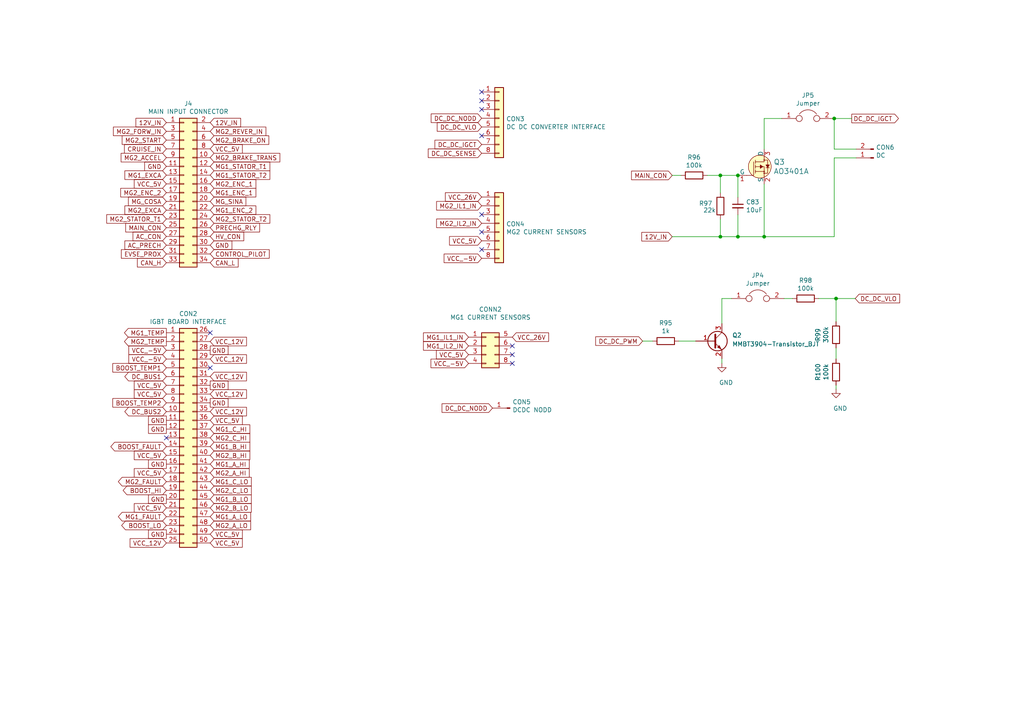
<source format=kicad_sch>
(kicad_sch (version 20211123) (generator eeschema)
  (paper "A4")
  (lib_symbols
    (symbol "auris-rescue:AO3401A-dk_Transistors-FETs-MOSFETs-Single" (pin_names (offset 0))
      (property "Reference" "Q" (at -2.6924 3.6322 0))
      (property "Value" "AO3401A-dk_Transistors-FETs-MOSFETs-Single" (at 3.4544 0 90))
      (symbol "AO3401A-dk_Transistors-FETs-MOSFETs-Single_0_1"
        (circle (center -1.27 0) (radius 3.302) (fill (type background)))
        (circle (center 0 -1.905) (radius 0.127))
        (circle (center 0 -1.397) (radius 0.127))
        (polyline (pts (xy 0 -1.397) (xy -2.54 -1.397)))
        (polyline (pts (xy -5.08 -2.54) (xy -3.048 -2.54) (xy -3.048 1.397)))
        (polyline (pts (xy 0 -2.54) (xy 0 0) (xy -2.54 0)))
        (polyline (pts (xy 0 2.54) (xy 0 1.397) (xy -2.54 1.397)))
        (polyline (pts (xy -0.127 -1.905) (xy 1.016 -1.905) (xy 1.016 1.397) (xy 1.016 1.905) (xy -0.127 1.905)))
        (circle (center 0 1.905) (radius 0.127))
      )
      (symbol "AO3401A-dk_Transistors-FETs-MOSFETs-Single_1_1"
        (polyline (pts (xy -2.54 -1.397) (xy -2.54 -1.905)))
        (polyline (pts (xy -2.54 -1.397) (xy -2.54 -0.889)))
        (polyline (pts (xy -2.54 0) (xy -2.54 -0.508)))
        (polyline (pts (xy -2.54 0) (xy -2.54 0.508)))
        (polyline (pts (xy -2.54 1.905) (xy -2.54 0.889)))
        (polyline (pts (xy 1.524 -0.3048) (xy 0.508 -0.3048)))
        (polyline (pts (xy -0.381 0) (xy -1.143 0.508) (xy -1.143 -0.508) (xy -0.381 0)) (fill (type outline)))
        (polyline (pts (xy 1.016 -0.254) (xy 0.508 0.508) (xy 1.524 0.508) (xy 1.016 -0.254)) (fill (type outline)))
        (pin bidirectional line (at -7.62 -2.54 0) (length 2.54) (name "G") (number "1"))
        (pin bidirectional line (at 0 -5.08 90) (length 2.54) (name "S") (number "2"))
        (pin bidirectional line (at 0 5.08 270) (length 2.54) (name "D") (number "3"))
      )
    )
    (symbol "auris-rescue:C_Small-Device" (pin_numbers hide) (pin_names (offset 0.254) hide)
      (property "Reference" "C" (at 0.254 1.778 0))
      (property "Value" "C_Small-Device" (at 0.254 -2.032 0))
      (symbol "C_Small-Device_0_1"
        (polyline (pts (xy -1.524 -0.508) (xy 1.524 -0.508)) (stroke (width 0.3302)))
        (polyline (pts (xy -1.524 0.508) (xy 1.524 0.508)) (stroke (width 0.3048)))
      )
      (symbol "C_Small-Device_1_1"
        (pin passive line (at 0 2.54 270) (length 2.032) (name "~") (number "1"))
        (pin passive line (at 0 -2.54 90) (length 2.032) (name "~") (number "2"))
      )
    )
    (symbol "auris-rescue:Conn_01x01_Male-Connector" (pin_names (offset 1.016) hide)
      (property "Reference" "J" (at 0 2.54 0))
      (property "Value" "Conn_01x01_Male-Connector" (at 0 -2.54 0))
      (symbol "Conn_01x01_Male-Connector_1_1"
        (polyline (pts (xy 1.27 0) (xy 0.8636 0)) (stroke (width 0.1524)))
        (rectangle (start 0.8636 0.127) (end 0 -0.127) (stroke (width 0.1524)) (fill (type outline)))
        (pin passive line (at 5.08 0 180) (length 3.81) (name "Pin_1") (number "1"))
      )
    )
    (symbol "auris-rescue:Conn_01x02_Male-Connector" (pin_names (offset 1.016) hide)
      (property "Reference" "J" (at 0 2.54 0))
      (property "Value" "Conn_01x02_Male-Connector" (at 0 -5.08 0))
      (symbol "Conn_01x02_Male-Connector_1_1"
        (polyline (pts (xy 1.27 -2.54) (xy 0.8636 -2.54)) (stroke (width 0.1524)))
        (polyline (pts (xy 1.27 0) (xy 0.8636 0)) (stroke (width 0.1524)))
        (rectangle (start 0.8636 -2.413) (end 0 -2.667) (stroke (width 0.1524)) (fill (type outline)))
        (rectangle (start 0.8636 0.127) (end 0 -0.127) (stroke (width 0.1524)) (fill (type outline)))
        (pin passive line (at 5.08 0 180) (length 3.81) (name "Pin_1") (number "1"))
        (pin passive line (at 5.08 -2.54 180) (length 3.81) (name "Pin_2") (number "2"))
      )
    )
    (symbol "auris-rescue:Conn_01x08-Connector_Generic" (pin_names (offset 1.016) hide)
      (property "Reference" "J" (at 0 10.16 0))
      (property "Value" "Conn_01x08-Connector_Generic" (at 0 -12.7 0))
      (symbol "Conn_01x08-Connector_Generic_1_1"
        (rectangle (start -1.27 -10.033) (end 0 -10.287) (stroke (width 0.1524)))
        (rectangle (start -1.27 -7.493) (end 0 -7.747) (stroke (width 0.1524)))
        (rectangle (start -1.27 -4.953) (end 0 -5.207) (stroke (width 0.1524)))
        (rectangle (start -1.27 -2.413) (end 0 -2.667) (stroke (width 0.1524)))
        (rectangle (start -1.27 0.127) (end 0 -0.127) (stroke (width 0.1524)))
        (rectangle (start -1.27 2.667) (end 0 2.413) (stroke (width 0.1524)))
        (rectangle (start -1.27 5.207) (end 0 4.953) (stroke (width 0.1524)))
        (rectangle (start -1.27 7.747) (end 0 7.493) (stroke (width 0.1524)))
        (rectangle (start -1.27 8.89) (end 1.27 -11.43) (stroke (width 0.254)) (fill (type background)))
        (pin passive line (at -5.08 7.62 0) (length 3.81) (name "Pin_1") (number "1"))
        (pin passive line (at -5.08 5.08 0) (length 3.81) (name "Pin_2") (number "2"))
        (pin passive line (at -5.08 2.54 0) (length 3.81) (name "Pin_3") (number "3"))
        (pin passive line (at -5.08 0 0) (length 3.81) (name "Pin_4") (number "4"))
        (pin passive line (at -5.08 -2.54 0) (length 3.81) (name "Pin_5") (number "5"))
        (pin passive line (at -5.08 -5.08 0) (length 3.81) (name "Pin_6") (number "6"))
        (pin passive line (at -5.08 -7.62 0) (length 3.81) (name "Pin_7") (number "7"))
        (pin passive line (at -5.08 -10.16 0) (length 3.81) (name "Pin_8") (number "8"))
      )
    )
    (symbol "auris-rescue:Conn_02x04_Top_Bottom-Connector_Generic" (pin_names (offset 1.016) hide)
      (property "Reference" "J" (at 1.27 5.08 0))
      (property "Value" "Conn_02x04_Top_Bottom-Connector_Generic" (at 1.27 -7.62 0))
      (symbol "Conn_02x04_Top_Bottom-Connector_Generic_1_1"
        (rectangle (start -1.27 -4.953) (end 0 -5.207) (stroke (width 0.1524)))
        (rectangle (start -1.27 -2.413) (end 0 -2.667) (stroke (width 0.1524)))
        (rectangle (start -1.27 0.127) (end 0 -0.127) (stroke (width 0.1524)))
        (rectangle (start -1.27 2.667) (end 0 2.413) (stroke (width 0.1524)))
        (rectangle (start -1.27 3.81) (end 3.81 -6.35) (stroke (width 0.254)) (fill (type background)))
        (rectangle (start 3.81 -4.953) (end 2.54 -5.207) (stroke (width 0.1524)))
        (rectangle (start 3.81 -2.413) (end 2.54 -2.667) (stroke (width 0.1524)))
        (rectangle (start 3.81 0.127) (end 2.54 -0.127) (stroke (width 0.1524)))
        (rectangle (start 3.81 2.667) (end 2.54 2.413) (stroke (width 0.1524)))
        (pin passive line (at -5.08 2.54 0) (length 3.81) (name "Pin_1") (number "1"))
        (pin passive line (at -5.08 0 0) (length 3.81) (name "Pin_2") (number "2"))
        (pin passive line (at -5.08 -2.54 0) (length 3.81) (name "Pin_3") (number "3"))
        (pin passive line (at -5.08 -5.08 0) (length 3.81) (name "Pin_4") (number "4"))
        (pin passive line (at 7.62 2.54 180) (length 3.81) (name "Pin_5") (number "5"))
        (pin passive line (at 7.62 0 180) (length 3.81) (name "Pin_6") (number "6"))
        (pin passive line (at 7.62 -2.54 180) (length 3.81) (name "Pin_7") (number "7"))
        (pin passive line (at 7.62 -5.08 180) (length 3.81) (name "Pin_8") (number "8"))
      )
    )
    (symbol "auris-rescue:Conn_02x17_Odd_Even-Connector_Generic" (pin_names (offset 1.016) hide)
      (property "Reference" "J" (at 1.27 22.86 0))
      (property "Value" "Conn_02x17_Odd_Even-Connector_Generic" (at 1.27 -22.86 0))
      (symbol "Conn_02x17_Odd_Even-Connector_Generic_1_1"
        (rectangle (start -1.27 -20.193) (end 0 -20.447) (stroke (width 0.1524)))
        (rectangle (start -1.27 -17.653) (end 0 -17.907) (stroke (width 0.1524)))
        (rectangle (start -1.27 -15.113) (end 0 -15.367) (stroke (width 0.1524)))
        (rectangle (start -1.27 -12.573) (end 0 -12.827) (stroke (width 0.1524)))
        (rectangle (start -1.27 -10.033) (end 0 -10.287) (stroke (width 0.1524)))
        (rectangle (start -1.27 -7.493) (end 0 -7.747) (stroke (width 0.1524)))
        (rectangle (start -1.27 -4.953) (end 0 -5.207) (stroke (width 0.1524)))
        (rectangle (start -1.27 -2.413) (end 0 -2.667) (stroke (width 0.1524)))
        (rectangle (start -1.27 0.127) (end 0 -0.127) (stroke (width 0.1524)))
        (rectangle (start -1.27 2.667) (end 0 2.413) (stroke (width 0.1524)))
        (rectangle (start -1.27 5.207) (end 0 4.953) (stroke (width 0.1524)))
        (rectangle (start -1.27 7.747) (end 0 7.493) (stroke (width 0.1524)))
        (rectangle (start -1.27 10.287) (end 0 10.033) (stroke (width 0.1524)))
        (rectangle (start -1.27 12.827) (end 0 12.573) (stroke (width 0.1524)))
        (rectangle (start -1.27 15.367) (end 0 15.113) (stroke (width 0.1524)))
        (rectangle (start -1.27 17.907) (end 0 17.653) (stroke (width 0.1524)))
        (rectangle (start -1.27 20.447) (end 0 20.193) (stroke (width 0.1524)))
        (rectangle (start -1.27 21.59) (end 3.81 -21.59) (stroke (width 0.254)) (fill (type background)))
        (rectangle (start 3.81 -20.193) (end 2.54 -20.447) (stroke (width 0.1524)))
        (rectangle (start 3.81 -17.653) (end 2.54 -17.907) (stroke (width 0.1524)))
        (rectangle (start 3.81 -15.113) (end 2.54 -15.367) (stroke (width 0.1524)))
        (rectangle (start 3.81 -12.573) (end 2.54 -12.827) (stroke (width 0.1524)))
        (rectangle (start 3.81 -10.033) (end 2.54 -10.287) (stroke (width 0.1524)))
        (rectangle (start 3.81 -7.493) (end 2.54 -7.747) (stroke (width 0.1524)))
        (rectangle (start 3.81 -4.953) (end 2.54 -5.207) (stroke (width 0.1524)))
        (rectangle (start 3.81 -2.413) (end 2.54 -2.667) (stroke (width 0.1524)))
        (rectangle (start 3.81 0.127) (end 2.54 -0.127) (stroke (width 0.1524)))
        (rectangle (start 3.81 2.667) (end 2.54 2.413) (stroke (width 0.1524)))
        (rectangle (start 3.81 5.207) (end 2.54 4.953) (stroke (width 0.1524)))
        (rectangle (start 3.81 7.747) (end 2.54 7.493) (stroke (width 0.1524)))
        (rectangle (start 3.81 10.287) (end 2.54 10.033) (stroke (width 0.1524)))
        (rectangle (start 3.81 12.827) (end 2.54 12.573) (stroke (width 0.1524)))
        (rectangle (start 3.81 15.367) (end 2.54 15.113) (stroke (width 0.1524)))
        (rectangle (start 3.81 17.907) (end 2.54 17.653) (stroke (width 0.1524)))
        (rectangle (start 3.81 20.447) (end 2.54 20.193) (stroke (width 0.1524)))
        (pin passive line (at -5.08 20.32 0) (length 3.81) (name "Pin_1") (number "1"))
        (pin passive line (at 7.62 10.16 180) (length 3.81) (name "Pin_10") (number "10"))
        (pin passive line (at -5.08 7.62 0) (length 3.81) (name "Pin_11") (number "11"))
        (pin passive line (at 7.62 7.62 180) (length 3.81) (name "Pin_12") (number "12"))
        (pin passive line (at -5.08 5.08 0) (length 3.81) (name "Pin_13") (number "13"))
        (pin passive line (at 7.62 5.08 180) (length 3.81) (name "Pin_14") (number "14"))
        (pin passive line (at -5.08 2.54 0) (length 3.81) (name "Pin_15") (number "15"))
        (pin passive line (at 7.62 2.54 180) (length 3.81) (name "Pin_16") (number "16"))
        (pin passive line (at -5.08 0 0) (length 3.81) (name "Pin_17") (number "17"))
        (pin passive line (at 7.62 0 180) (length 3.81) (name "Pin_18") (number "18"))
        (pin passive line (at -5.08 -2.54 0) (length 3.81) (name "Pin_19") (number "19"))
        (pin passive line (at 7.62 20.32 180) (length 3.81) (name "Pin_2") (number "2"))
        (pin passive line (at 7.62 -2.54 180) (length 3.81) (name "Pin_20") (number "20"))
        (pin passive line (at -5.08 -5.08 0) (length 3.81) (name "Pin_21") (number "21"))
        (pin passive line (at 7.62 -5.08 180) (length 3.81) (name "Pin_22") (number "22"))
        (pin passive line (at -5.08 -7.62 0) (length 3.81) (name "Pin_23") (number "23"))
        (pin passive line (at 7.62 -7.62 180) (length 3.81) (name "Pin_24") (number "24"))
        (pin passive line (at -5.08 -10.16 0) (length 3.81) (name "Pin_25") (number "25"))
        (pin passive line (at 7.62 -10.16 180) (length 3.81) (name "Pin_26") (number "26"))
        (pin passive line (at -5.08 -12.7 0) (length 3.81) (name "Pin_27") (number "27"))
        (pin passive line (at 7.62 -12.7 180) (length 3.81) (name "Pin_28") (number "28"))
        (pin passive line (at -5.08 -15.24 0) (length 3.81) (name "Pin_29") (number "29"))
        (pin passive line (at -5.08 17.78 0) (length 3.81) (name "Pin_3") (number "3"))
        (pin passive line (at 7.62 -15.24 180) (length 3.81) (name "Pin_30") (number "30"))
        (pin passive line (at -5.08 -17.78 0) (length 3.81) (name "Pin_31") (number "31"))
        (pin passive line (at 7.62 -17.78 180) (length 3.81) (name "Pin_32") (number "32"))
        (pin passive line (at -5.08 -20.32 0) (length 3.81) (name "Pin_33") (number "33"))
        (pin passive line (at 7.62 -20.32 180) (length 3.81) (name "Pin_34") (number "34"))
        (pin passive line (at 7.62 17.78 180) (length 3.81) (name "Pin_4") (number "4"))
        (pin passive line (at -5.08 15.24 0) (length 3.81) (name "Pin_5") (number "5"))
        (pin passive line (at 7.62 15.24 180) (length 3.81) (name "Pin_6") (number "6"))
        (pin passive line (at -5.08 12.7 0) (length 3.81) (name "Pin_7") (number "7"))
        (pin passive line (at 7.62 12.7 180) (length 3.81) (name "Pin_8") (number "8"))
        (pin passive line (at -5.08 10.16 0) (length 3.81) (name "Pin_9") (number "9"))
      )
    )
    (symbol "auris-rescue:Conn_02x25_Top_Bottom-Connector_Generic" (pin_names (offset 1.016) hide)
      (property "Reference" "J" (at 1.27 33.02 0))
      (property "Value" "Conn_02x25_Top_Bottom-Connector_Generic" (at 1.27 -33.02 0))
      (symbol "Conn_02x25_Top_Bottom-Connector_Generic_1_1"
        (rectangle (start -1.27 -30.353) (end 0 -30.607) (stroke (width 0.1524)))
        (rectangle (start -1.27 -27.813) (end 0 -28.067) (stroke (width 0.1524)))
        (rectangle (start -1.27 -25.273) (end 0 -25.527) (stroke (width 0.1524)))
        (rectangle (start -1.27 -22.733) (end 0 -22.987) (stroke (width 0.1524)))
        (rectangle (start -1.27 -20.193) (end 0 -20.447) (stroke (width 0.1524)))
        (rectangle (start -1.27 -17.653) (end 0 -17.907) (stroke (width 0.1524)))
        (rectangle (start -1.27 -15.113) (end 0 -15.367) (stroke (width 0.1524)))
        (rectangle (start -1.27 -12.573) (end 0 -12.827) (stroke (width 0.1524)))
        (rectangle (start -1.27 -10.033) (end 0 -10.287) (stroke (width 0.1524)))
        (rectangle (start -1.27 -7.493) (end 0 -7.747) (stroke (width 0.1524)))
        (rectangle (start -1.27 -4.953) (end 0 -5.207) (stroke (width 0.1524)))
        (rectangle (start -1.27 -2.413) (end 0 -2.667) (stroke (width 0.1524)))
        (rectangle (start -1.27 0.127) (end 0 -0.127) (stroke (width 0.1524)))
        (rectangle (start -1.27 2.667) (end 0 2.413) (stroke (width 0.1524)))
        (rectangle (start -1.27 5.207) (end 0 4.953) (stroke (width 0.1524)))
        (rectangle (start -1.27 7.747) (end 0 7.493) (stroke (width 0.1524)))
        (rectangle (start -1.27 10.287) (end 0 10.033) (stroke (width 0.1524)))
        (rectangle (start -1.27 12.827) (end 0 12.573) (stroke (width 0.1524)))
        (rectangle (start -1.27 15.367) (end 0 15.113) (stroke (width 0.1524)))
        (rectangle (start -1.27 17.907) (end 0 17.653) (stroke (width 0.1524)))
        (rectangle (start -1.27 20.447) (end 0 20.193) (stroke (width 0.1524)))
        (rectangle (start -1.27 22.987) (end 0 22.733) (stroke (width 0.1524)))
        (rectangle (start -1.27 25.527) (end 0 25.273) (stroke (width 0.1524)))
        (rectangle (start -1.27 28.067) (end 0 27.813) (stroke (width 0.1524)))
        (rectangle (start -1.27 30.607) (end 0 30.353) (stroke (width 0.1524)))
        (rectangle (start -1.27 31.75) (end 3.81 -31.75) (stroke (width 0.254)) (fill (type background)))
        (rectangle (start 3.81 -30.353) (end 2.54 -30.607) (stroke (width 0.1524)))
        (rectangle (start 3.81 -27.813) (end 2.54 -28.067) (stroke (width 0.1524)))
        (rectangle (start 3.81 -25.273) (end 2.54 -25.527) (stroke (width 0.1524)))
        (rectangle (start 3.81 -22.733) (end 2.54 -22.987) (stroke (width 0.1524)))
        (rectangle (start 3.81 -20.193) (end 2.54 -20.447) (stroke (width 0.1524)))
        (rectangle (start 3.81 -17.653) (end 2.54 -17.907) (stroke (width 0.1524)))
        (rectangle (start 3.81 -15.113) (end 2.54 -15.367) (stroke (width 0.1524)))
        (rectangle (start 3.81 -12.573) (end 2.54 -12.827) (stroke (width 0.1524)))
        (rectangle (start 3.81 -10.033) (end 2.54 -10.287) (stroke (width 0.1524)))
        (rectangle (start 3.81 -7.493) (end 2.54 -7.747) (stroke (width 0.1524)))
        (rectangle (start 3.81 -4.953) (end 2.54 -5.207) (stroke (width 0.1524)))
        (rectangle (start 3.81 -2.413) (end 2.54 -2.667) (stroke (width 0.1524)))
        (rectangle (start 3.81 0.127) (end 2.54 -0.127) (stroke (width 0.1524)))
        (rectangle (start 3.81 2.667) (end 2.54 2.413) (stroke (width 0.1524)))
        (rectangle (start 3.81 5.207) (end 2.54 4.953) (stroke (width 0.1524)))
        (rectangle (start 3.81 7.747) (end 2.54 7.493) (stroke (width 0.1524)))
        (rectangle (start 3.81 10.287) (end 2.54 10.033) (stroke (width 0.1524)))
        (rectangle (start 3.81 12.827) (end 2.54 12.573) (stroke (width 0.1524)))
        (rectangle (start 3.81 15.367) (end 2.54 15.113) (stroke (width 0.1524)))
        (rectangle (start 3.81 17.907) (end 2.54 17.653) (stroke (width 0.1524)))
        (rectangle (start 3.81 20.447) (end 2.54 20.193) (stroke (width 0.1524)))
        (rectangle (start 3.81 22.987) (end 2.54 22.733) (stroke (width 0.1524)))
        (rectangle (start 3.81 25.527) (end 2.54 25.273) (stroke (width 0.1524)))
        (rectangle (start 3.81 28.067) (end 2.54 27.813) (stroke (width 0.1524)))
        (rectangle (start 3.81 30.607) (end 2.54 30.353) (stroke (width 0.1524)))
        (pin passive line (at -5.08 30.48 0) (length 3.81) (name "Pin_1") (number "1"))
        (pin passive line (at -5.08 7.62 0) (length 3.81) (name "Pin_10") (number "10"))
        (pin passive line (at -5.08 5.08 0) (length 3.81) (name "Pin_11") (number "11"))
        (pin passive line (at -5.08 2.54 0) (length 3.81) (name "Pin_12") (number "12"))
        (pin passive line (at -5.08 0 0) (length 3.81) (name "Pin_13") (number "13"))
        (pin passive line (at -5.08 -2.54 0) (length 3.81) (name "Pin_14") (number "14"))
        (pin passive line (at -5.08 -5.08 0) (length 3.81) (name "Pin_15") (number "15"))
        (pin passive line (at -5.08 -7.62 0) (length 3.81) (name "Pin_16") (number "16"))
        (pin passive line (at -5.08 -10.16 0) (length 3.81) (name "Pin_17") (number "17"))
        (pin passive line (at -5.08 -12.7 0) (length 3.81) (name "Pin_18") (number "18"))
        (pin passive line (at -5.08 -15.24 0) (length 3.81) (name "Pin_19") (number "19"))
        (pin passive line (at -5.08 27.94 0) (length 3.81) (name "Pin_2") (number "2"))
        (pin passive line (at -5.08 -17.78 0) (length 3.81) (name "Pin_20") (number "20"))
        (pin passive line (at -5.08 -20.32 0) (length 3.81) (name "Pin_21") (number "21"))
        (pin passive line (at -5.08 -22.86 0) (length 3.81) (name "Pin_22") (number "22"))
        (pin passive line (at -5.08 -25.4 0) (length 3.81) (name "Pin_23") (number "23"))
        (pin passive line (at -5.08 -27.94 0) (length 3.81) (name "Pin_24") (number "24"))
        (pin passive line (at -5.08 -30.48 0) (length 3.81) (name "Pin_25") (number "25"))
        (pin passive line (at 7.62 30.48 180) (length 3.81) (name "Pin_26") (number "26"))
        (pin passive line (at 7.62 27.94 180) (length 3.81) (name "Pin_27") (number "27"))
        (pin passive line (at 7.62 25.4 180) (length 3.81) (name "Pin_28") (number "28"))
        (pin passive line (at 7.62 22.86 180) (length 3.81) (name "Pin_29") (number "29"))
        (pin passive line (at -5.08 25.4 0) (length 3.81) (name "Pin_3") (number "3"))
        (pin passive line (at 7.62 20.32 180) (length 3.81) (name "Pin_30") (number "30"))
        (pin passive line (at 7.62 17.78 180) (length 3.81) (name "Pin_31") (number "31"))
        (pin passive line (at 7.62 15.24 180) (length 3.81) (name "Pin_32") (number "32"))
        (pin passive line (at 7.62 12.7 180) (length 3.81) (name "Pin_33") (number "33"))
        (pin passive line (at 7.62 10.16 180) (length 3.81) (name "Pin_34") (number "34"))
        (pin passive line (at 7.62 7.62 180) (length 3.81) (name "Pin_35") (number "35"))
        (pin passive line (at 7.62 5.08 180) (length 3.81) (name "Pin_36") (number "36"))
        (pin passive line (at 7.62 2.54 180) (length 3.81) (name "Pin_37") (number "37"))
        (pin passive line (at 7.62 0 180) (length 3.81) (name "Pin_38") (number "38"))
        (pin passive line (at 7.62 -2.54 180) (length 3.81) (name "Pin_39") (number "39"))
        (pin passive line (at -5.08 22.86 0) (length 3.81) (name "Pin_4") (number "4"))
        (pin passive line (at 7.62 -5.08 180) (length 3.81) (name "Pin_40") (number "40"))
        (pin passive line (at 7.62 -7.62 180) (length 3.81) (name "Pin_41") (number "41"))
        (pin passive line (at 7.62 -10.16 180) (length 3.81) (name "Pin_42") (number "42"))
        (pin passive line (at 7.62 -12.7 180) (length 3.81) (name "Pin_43") (number "43"))
        (pin passive line (at 7.62 -15.24 180) (length 3.81) (name "Pin_44") (number "44"))
        (pin passive line (at 7.62 -17.78 180) (length 3.81) (name "Pin_45") (number "45"))
        (pin passive line (at 7.62 -20.32 180) (length 3.81) (name "Pin_46") (number "46"))
        (pin passive line (at 7.62 -22.86 180) (length 3.81) (name "Pin_47") (number "47"))
        (pin passive line (at 7.62 -25.4 180) (length 3.81) (name "Pin_48") (number "48"))
        (pin passive line (at 7.62 -27.94 180) (length 3.81) (name "Pin_49") (number "49"))
        (pin passive line (at -5.08 20.32 0) (length 3.81) (name "Pin_5") (number "5"))
        (pin passive line (at 7.62 -30.48 180) (length 3.81) (name "Pin_50") (number "50"))
        (pin passive line (at -5.08 17.78 0) (length 3.81) (name "Pin_6") (number "6"))
        (pin passive line (at -5.08 15.24 0) (length 3.81) (name "Pin_7") (number "7"))
        (pin passive line (at -5.08 12.7 0) (length 3.81) (name "Pin_8") (number "8"))
        (pin passive line (at -5.08 10.16 0) (length 3.81) (name "Pin_9") (number "9"))
      )
    )
    (symbol "auris-rescue:Jumper-Device" (pin_names (offset 0.762) hide)
      (property "Reference" "JP" (at 0 3.81 0))
      (property "Value" "Jumper-Device" (at 0 -2.032 0))
      (symbol "Jumper-Device_0_1"
        (circle (center -2.54 0) (radius 0.889))
        (arc (start 2.5146 1.27) (mid 0.0078 2.5097) (end -2.4892 1.27))
        (circle (center 2.54 0) (radius 0.889))
        (pin passive line (at -7.62 0 0) (length 4.191) (name "1") (number "1"))
        (pin passive line (at 7.62 0 180) (length 4.191) (name "2") (number "2"))
      )
    )
    (symbol "auris-rescue:MMBT3904-Transistor_BJT" (pin_names (offset 0) hide)
      (property "Reference" "Q" (at 5.08 1.905 0))
      (property "Value" "MMBT3904-Transistor_BJT" (at 5.08 0 0))
      (symbol "MMBT3904-Transistor_BJT_0_1"
        (polyline (pts (xy 0.635 0.635) (xy 2.54 2.54)))
        (polyline (pts (xy 0.635 -0.635) (xy 2.54 -2.54) (xy 2.54 -2.54)))
        (polyline (pts (xy 0.635 1.905) (xy 0.635 -1.905) (xy 0.635 -1.905)) (stroke (width 0.508)))
        (polyline (pts (xy 1.27 -1.778) (xy 1.778 -1.27) (xy 2.286 -2.286) (xy 1.27 -1.778) (xy 1.27 -1.778)) (fill (type outline)))
        (circle (center 1.27 0) (radius 2.8194) (stroke (width 0.254)))
      )
      (symbol "MMBT3904-Transistor_BJT_1_1"
        (pin input line (at -5.08 0 0) (length 5.715) (name "B") (number "1"))
        (pin passive line (at 2.54 -5.08 90) (length 2.54) (name "E") (number "2"))
        (pin passive line (at 2.54 5.08 270) (length 2.54) (name "C") (number "3"))
      )
    )
    (symbol "auris-rescue:R-Device" (pin_numbers hide) (pin_names (offset 0))
      (property "Reference" "R" (at 2.032 0 90))
      (property "Value" "R-Device" (at 0 0 90))
      (symbol "R-Device_0_1"
        (rectangle (start -1.016 -2.54) (end 1.016 2.54) (stroke (width 0.254)))
      )
      (symbol "R-Device_1_1"
        (pin passive line (at 0 3.81 270) (length 1.27) (name "~") (number "1"))
        (pin passive line (at 0 -3.81 90) (length 1.27) (name "~") (number "2"))
      )
    )
    (symbol "power:GND" (power) (pin_names (offset 0))
      (property "Value" "GND" (at 0 -3.81 0))
      (symbol "GND_0_1"
        (polyline (pts (xy 0 0) (xy 0 -1.27) (xy 1.27 -1.27) (xy 0 -2.54) (xy -1.27 -1.27) (xy 0 -1.27)))
      )
      (symbol "GND_1_1"
        (pin power_in line (at 0 0 270) (length 0) hide (name "GND") (number "1"))
      )
    )
  )
  (junction (at 242.4938 86.5886))
  (junction (at 241.9604 34.3662))
  (junction (at 208.9404 68.6562))
  (junction (at 214.0204 50.8762))
  (junction (at 208.9404 50.8762))
  (junction (at 221.6404 68.6562))
  (junction (at 214.0204 68.6562))
  (no_connect (at 60.96 96.52))
  (no_connect (at 60.96 106.68))
  (no_connect (at 148.59 105.41))
  (no_connect (at 139.7 62.23))
  (no_connect (at 48.26 127))
  (no_connect (at 139.7 72.39))
  (no_connect (at 139.7 31.75))
  (no_connect (at 139.7 67.31))
  (no_connect (at 139.7 29.21))
  (no_connect (at 139.7 39.37))
  (no_connect (at 148.59 100.33))
  (no_connect (at 148.59 102.87))
  (no_connect (at 139.7 26.67))
  (wire (pts (xy 241.9604 43.2562) (xy 248.3104 43.2562)))
  (wire (pts (xy 208.9404 63.5762) (xy 208.9404 68.6562)))
  (wire (pts (xy 227.4062 86.5886) (xy 229.8446 86.5886)))
  (wire (pts (xy 221.6404 53.4162) (xy 221.6404 68.6562)))
  (wire (pts (xy 241.9604 34.3662) (xy 241.9604 43.2562)))
  (wire (pts (xy 242.4938 93.2942) (xy 242.4938 86.5886)))
  (wire (pts (xy 208.9404 50.8762) (xy 208.9404 55.9562)))
  (wire (pts (xy 209.3722 93.853) (xy 209.3722 86.5886)))
  (wire (pts (xy 242.4938 111.7346) (xy 242.4938 112.8522)))
  (wire (pts (xy 237.4646 86.5886) (xy 242.4938 86.5886)))
  (wire (pts (xy 208.9404 50.8762) (xy 214.0204 50.8762)))
  (wire (pts (xy 226.7204 34.3662) (xy 221.6404 34.3662)))
  (wire (pts (xy 221.6404 34.3662) (xy 221.6404 43.2562)))
  (wire (pts (xy 241.9604 68.6562) (xy 241.9604 45.7962)))
  (wire (pts (xy 242.4938 86.5886) (xy 248.0564 86.5886)))
  (wire (pts (xy 209.3722 104.013) (xy 209.3722 105.3592)))
  (wire (pts (xy 197.5104 50.8762) (xy 194.9704 50.8762)))
  (wire (pts (xy 214.0204 57.2262) (xy 214.0204 50.8762)))
  (wire (pts (xy 209.3722 86.5886) (xy 212.1662 86.5886)))
  (wire (pts (xy 196.9008 98.933) (xy 201.7522 98.933)))
  (wire (pts (xy 189.2808 98.933) (xy 186.3852 98.933)))
  (wire (pts (xy 241.9604 68.6562) (xy 221.6404 68.6562)))
  (wire (pts (xy 242.4938 100.9142) (xy 242.4938 104.1146)))
  (wire (pts (xy 214.0204 62.3062) (xy 214.0204 68.6562)))
  (wire (pts (xy 205.1304 50.8762) (xy 208.9404 50.8762)))
  (wire (pts (xy 208.9404 68.6562) (xy 194.9704 68.6562)))
  (wire (pts (xy 241.9604 34.3662) (xy 247.0404 34.3662)))
  (wire (pts (xy 214.0204 68.6562) (xy 208.9404 68.6562)))
  (wire (pts (xy 221.6404 68.6562) (xy 214.0204 68.6562)))
  (wire (pts (xy 241.9604 45.7962) (xy 248.3104 45.7962)))
  (global_label "MG1_FAULT" (shape bidirectional) (at 48.26 149.86 180) (property "Обозначения листов" "${INTERSHEET_REFS}" (effects hide)))
  (global_label "MG2_EXCA" (shape input) (at 48.26 60.96 180) (property "Обозначения листов" "${INTERSHEET_REFS}" (effects hide)))
  (global_label "VCC_-5V" (shape input) (at 135.89 105.41 180) (property "Обозначения листов" "${INTERSHEET_REFS}" (effects hide)))
  (global_label "VCC_5V" (shape input) (at 48.26 53.34 180) (property "Обозначения листов" "${INTERSHEET_REFS}" (effects hide)))
  (global_label "VCC_5V" (shape input) (at 60.96 121.92 0) (property "Обозначения листов" "${INTERSHEET_REFS}" (effects hide)))
  (global_label "MG2_IL2_IN" (shape input) (at 139.7 64.77 180) (property "Обозначения листов" "${INTERSHEET_REFS}" (effects hide)))
  (global_label "EVSE_PROX" (shape input) (at 48.26 73.66 180) (property "Обозначения листов" "${INTERSHEET_REFS}" (effects hide)))
  (global_label "DC_DC_PWM" (shape input) (at 186.3852 98.933 180) (property "Обозначения листов" "${INTERSHEET_REFS}" (effects hide)))
  (global_label "VCC_5V" (shape input) (at 48.26 114.3 180) (property "Обозначения листов" "${INTERSHEET_REFS}" (effects hide)))
  (global_label "GND" (shape passive) (at 48.26 124.46 180) (property "Обозначения листов" "${INTERSHEET_REFS}" (effects hide)))
  (global_label "VCC_5V" (shape input) (at 139.7 69.85 180) (property "Обозначения листов" "${INTERSHEET_REFS}" (effects hide)))
  (global_label "VCC_12V" (shape input) (at 48.26 157.48 180) (property "Обозначения листов" "${INTERSHEET_REFS}" (effects hide)))
  (global_label "MG_COSA" (shape input) (at 48.26 58.42 180) (property "Обозначения листов" "${INTERSHEET_REFS}" (effects hide)))
  (global_label "MG2_ENC_1" (shape input) (at 60.96 53.34 0) (property "Обозначения листов" "${INTERSHEET_REFS}" (effects hide)))
  (global_label "VCC_5V" (shape input) (at 60.96 43.18 0) (property "Обозначения листов" "${INTERSHEET_REFS}" (effects hide)))
  (global_label "BOOST_TEMP2" (shape input) (at 48.26 116.84 180) (property "Обозначения листов" "${INTERSHEET_REFS}" (effects hide)))
  (global_label "MG2_IL1_IN" (shape input) (at 139.7 59.69 180) (property "Обозначения листов" "${INTERSHEET_REFS}" (effects hide)))
  (global_label "MG2_A_HI" (shape input) (at 60.96 137.16 0) (property "Обозначения листов" "${INTERSHEET_REFS}" (effects hide)))
  (global_label "MG2_TEMP" (shape output) (at 48.26 99.06 180) (property "Обозначения листов" "${INTERSHEET_REFS}" (effects hide)))
  (global_label "VCC_-5V" (shape input) (at 48.26 101.6 180) (property "Обозначения листов" "${INTERSHEET_REFS}" (effects hide)))
  (global_label "GND" (shape passive) (at 48.26 134.62 180) (property "Обозначения листов" "${INTERSHEET_REFS}" (effects hide)))
  (global_label "GND" (shape passive) (at 60.96 101.6 0) (property "Обозначения листов" "${INTERSHEET_REFS}" (effects hide)))
  (global_label "MG2_FORW_IN" (shape input) (at 48.26 38.1 180) (property "Обозначения листов" "${INTERSHEET_REFS}" (effects hide)))
  (global_label "MG1_STATOR_T2" (shape input) (at 60.96 50.8 0) (property "Обозначения листов" "${INTERSHEET_REFS}" (effects hide)))
  (global_label "MG2_STATOR_T1" (shape input) (at 48.26 63.5 180) (property "Обозначения листов" "${INTERSHEET_REFS}" (effects hide)))
  (global_label "VCC_12V" (shape input) (at 60.96 104.14 0) (property "Обозначения листов" "${INTERSHEET_REFS}" (effects hide)))
  (global_label "MG1_A_HI" (shape input) (at 60.96 134.62 0) (property "Обозначения листов" "${INTERSHEET_REFS}" (effects hide)))
  (global_label "MG2_ACCEL" (shape input) (at 48.26 45.72 180) (property "Обозначения листов" "${INTERSHEET_REFS}" (effects hide)))
  (global_label "GND" (shape passive) (at 60.96 116.84 0) (property "Обозначения листов" "${INTERSHEET_REFS}" (effects hide)))
  (global_label "MAIN_CON" (shape input) (at 48.26 66.04 180) (property "Обозначения листов" "${INTERSHEET_REFS}" (effects hide)))
  (global_label "MG1_C_HI" (shape input) (at 60.96 124.46 0) (property "Обозначения листов" "${INTERSHEET_REFS}" (effects hide)))
  (global_label "GND" (shape passive) (at 60.96 111.76 0) (property "Обозначения листов" "${INTERSHEET_REFS}" (effects hide)))
  (global_label "VCC_26V" (shape input) (at 148.59 97.79 0) (property "Обозначения листов" "${INTERSHEET_REFS}" (effects hide)))
  (global_label "CRUISE_IN" (shape input) (at 48.26 43.18 180) (property "Обозначения листов" "${INTERSHEET_REFS}" (effects hide)))
  (global_label "CAN_H" (shape input) (at 48.26 76.2 180) (property "Обозначения листов" "${INTERSHEET_REFS}" (effects hide)))
  (global_label "HV_CON" (shape input) (at 60.96 68.58 0) (property "Обозначения листов" "${INTERSHEET_REFS}" (effects hide)))
  (global_label "DC_BUS1" (shape bidirectional) (at 48.26 109.22 180) (property "Обозначения листов" "${INTERSHEET_REFS}" (effects hide)))
  (global_label "MG1_EXCA" (shape input) (at 48.26 50.8 180) (property "Обозначения листов" "${INTERSHEET_REFS}" (effects hide)))
  (global_label "VCC_12V" (shape input) (at 60.96 114.3 0) (property "Обозначения листов" "${INTERSHEET_REFS}" (effects hide)))
  (global_label "12V_IN" (shape input) (at 194.9704 68.6562 180) (property "Обозначения листов" "${INTERSHEET_REFS}" (effects hide)))
  (global_label "MG1_ENC_1" (shape input) (at 60.96 55.88 0) (property "Обозначения листов" "${INTERSHEET_REFS}" (effects hide)))
  (global_label "VCC_5V" (shape input) (at 48.26 137.16 180) (property "Обозначения листов" "${INTERSHEET_REFS}" (effects hide)))
  (global_label "MG1_IL2_IN" (shape input) (at 135.89 100.33 180) (property "Обозначения листов" "${INTERSHEET_REFS}" (effects hide)))
  (global_label "MG2_ENC_2" (shape input) (at 48.26 55.88 180) (property "Обозначения листов" "${INTERSHEET_REFS}" (effects hide)))
  (global_label "MG2_C_HI" (shape input) (at 60.96 127 0) (property "Обозначения листов" "${INTERSHEET_REFS}" (effects hide)))
  (global_label "MG2_REVER_IN" (shape input) (at 60.96 38.1 0) (property "Обозначения листов" "${INTERSHEET_REFS}" (effects hide)))
  (global_label "VCC_5V" (shape input) (at 135.89 102.87 180) (property "Обозначения листов" "${INTERSHEET_REFS}" (effects hide)))
  (global_label "GND" (shape passive) (at 48.26 144.78 180) (property "Обозначения листов" "${INTERSHEET_REFS}" (effects hide)))
  (global_label "MG2_C_LO" (shape input) (at 60.96 142.24 0) (property "Обозначения листов" "${INTERSHEET_REFS}" (effects hide)))
  (global_label "GND" (shape input) (at 60.96 71.12 0) (property "Обозначения листов" "${INTERSHEET_REFS}" (effects hide)))
  (global_label "VCC_-5V" (shape input) (at 48.26 104.14 180) (property "Обозначения листов" "${INTERSHEET_REFS}" (effects hide)))
  (global_label "VCC_12V" (shape input) (at 60.96 119.38 0) (property "Обозначения листов" "${INTERSHEET_REFS}" (effects hide)))
  (global_label "PRECHG_RLY" (shape input) (at 60.96 66.04 0) (property "Обозначения листов" "${INTERSHEET_REFS}" (effects hide)))
  (global_label "BOOST_LO" (shape bidirectional) (at 48.26 152.4 180) (property "Обозначения листов" "${INTERSHEET_REFS}" (effects hide)))
  (global_label "VCC_5V" (shape input) (at 60.96 157.48 0) (property "Обозначения листов" "${INTERSHEET_REFS}" (effects hide)))
  (global_label "MG2_FAULT" (shape bidirectional) (at 48.26 139.7 180) (property "Обозначения листов" "${INTERSHEET_REFS}" (effects hide)))
  (global_label "MAIN_CON" (shape input) (at 194.9704 50.8762 180) (property "Обозначения листов" "${INTERSHEET_REFS}" (effects hide)))
  (global_label "VCC_26V" (shape input) (at 139.7 57.15 180) (property "Обозначения листов" "${INTERSHEET_REFS}" (effects hide)))
  (global_label "CONTROL_PILOT" (shape input) (at 60.96 73.66 0) (property "Обозначения листов" "${INTERSHEET_REFS}" (effects hide)))
  (global_label "MG2_BRAKE_TRANS" (shape input) (at 60.96 45.72 0) (property "Обозначения листов" "${INTERSHEET_REFS}" (effects hide)))
  (global_label "MG1_C_LO" (shape input) (at 60.96 139.7 0) (property "Обозначения листов" "${INTERSHEET_REFS}" (effects hide)))
  (global_label "MG2_START" (shape input) (at 48.26 40.64 180) (property "Обозначения листов" "${INTERSHEET_REFS}" (effects hide)))
  (global_label "BOOST_TEMP1" (shape input) (at 48.26 106.68 180) (property "Обозначения листов" "${INTERSHEET_REFS}" (effects hide)))
  (global_label "DC_DC_NODD" (shape input) (at 139.7 34.29 180) (property "Обозначения листов" "${INTERSHEET_REFS}" (effects hide)))
  (global_label "VCC_12V" (shape input) (at 60.96 99.06 0) (property "Обозначения листов" "${INTERSHEET_REFS}" (effects hide)))
  (global_label "12V_IN" (shape input) (at 48.26 35.56 180) (property "Обозначения листов" "${INTERSHEET_REFS}" (effects hide)))
  (global_label "VCC_-5V" (shape input) (at 139.7 74.93 180) (property "Обозначения листов" "${INTERSHEET_REFS}" (effects hide)))
  (global_label "VCC_5V" (shape input) (at 48.26 132.08 180) (property "Обозначения листов" "${INTERSHEET_REFS}" (effects hide)))
  (global_label "MG2_BRAKE_ON" (shape input) (at 60.96 40.64 0) (property "Обозначения листов" "${INTERSHEET_REFS}" (effects hide)))
  (global_label "DC_DC_NODD" (shape input) (at 142.8496 118.364 180) (property "Обозначения листов" "${INTERSHEET_REFS}" (effects hide)))
  (global_label "GND" (shape input) (at 48.26 48.26 180) (property "Обозначения листов" "${INTERSHEET_REFS}" (effects hide)))
  (global_label "VCC_5V" (shape input) (at 60.96 154.94 0) (property "Обозначения листов" "${INTERSHEET_REFS}" (effects hide)))
  (global_label "MG2_STATOR_T2" (shape input) (at 60.96 63.5 0) (property "Обозначения листов" "${INTERSHEET_REFS}" (effects hide)))
  (global_label "MG2_B_LO" (shape input) (at 60.96 147.32 0) (property "Обозначения листов" "${INTERSHEET_REFS}" (effects hide)))
  (global_label "DC_BUS2" (shape bidirectional) (at 48.26 119.38 180) (property "Обозначения листов" "${INTERSHEET_REFS}" (effects hide)))
  (global_label "MG_SINA" (shape input) (at 60.96 58.42 0) (property "Обозначения листов" "${INTERSHEET_REFS}" (effects hide)))
  (global_label "GND" (shape passive) (at 48.26 154.94 180) (property "Обозначения листов" "${INTERSHEET_REFS}" (effects hide)))
  (global_label "BOOST_HI" (shape bidirectional) (at 48.26 142.24 180) (property "Обозначения листов" "${INTERSHEET_REFS}" (effects hide)))
  (global_label "DC_DC_SENSE" (shape input) (at 139.7 44.45 180) (property "Обозначения листов" "${INTERSHEET_REFS}" (effects hide)))
  (global_label "DC_DC_IGCT" (shape output) (at 247.0404 34.3662 0) (property "Обозначения листов" "${INTERSHEET_REFS}" (effects hide)))
  (global_label "MG2_B_HI" (shape input) (at 60.96 132.08 0) (property "Обозначения листов" "${INTERSHEET_REFS}" (effects hide)))
  (global_label "MG1_STATOR_T1" (shape input) (at 60.96 48.26 0) (property "Обозначения листов" "${INTERSHEET_REFS}" (effects hide)))
  (global_label "DC_DC_VLO" (shape input) (at 248.0564 86.5886 0) (property "Обозначения листов" "${INTERSHEET_REFS}" (effects hide)))
  (global_label "MG1_B_LO" (shape input) (at 60.96 144.78 0) (property "Обозначения листов" "${INTERSHEET_REFS}" (effects hide)))
  (global_label "AC_CON" (shape input) (at 48.26 68.58 180) (property "Обозначения листов" "${INTERSHEET_REFS}" (effects hide)))
  (global_label "AC_PRECH" (shape input) (at 48.26 71.12 180) (property "Обозначения листов" "${INTERSHEET_REFS}" (effects hide)))
  (global_label "BOOST_FAULT" (shape bidirectional) (at 48.26 129.54 180) (property "Обозначения листов" "${INTERSHEET_REFS}" (effects hide)))
  (global_label "12V_IN" (shape input) (at 60.96 35.56 0) (property "Обозначения листов" "${INTERSHEET_REFS}" (effects hide)))
  (global_label "CAN_L" (shape input) (at 60.96 76.2 0) (property "Обозначения листов" "${INTERSHEET_REFS}" (effects hide)))
  (global_label "VCC_5V" (shape input) (at 48.26 111.76 180) (property "Обозначения листов" "${INTERSHEET_REFS}" (effects hide)))
  (global_label "DC_DC_IGCT" (shape input) (at 139.7 41.91 180) (property "Обозначения листов" "${INTERSHEET_REFS}" (effects hide)))
  (global_label "MG1_IL1_IN" (shape input) (at 135.89 97.79 180) (property "Обозначения листов" "${INTERSHEET_REFS}" (effects hide)))
  (global_label "MG1_A_LO" (shape input) (at 60.96 149.86 0) (property "Обозначения листов" "${INTERSHEET_REFS}" (effects hide)))
  (global_label "MG1_ENC_2" (shape input) (at 60.96 60.96 0) (property "Обозначения листов" "${INTERSHEET_REFS}" (effects hide)))
  (global_label "MG2_A_LO" (shape input) (at 60.96 152.4 0) (property "Обозначения листов" "${INTERSHEET_REFS}" (effects hide)))
  (global_label "VCC_12V" (shape input) (at 60.96 109.22 0) (property "Обозначения листов" "${INTERSHEET_REFS}" (effects hide)))
  (global_label "MG1_B_HI" (shape input) (at 60.96 129.54 0) (property "Обозначения листов" "${INTERSHEET_REFS}" (effects hide)))
  (global_label "MG1_TEMP" (shape output) (at 48.26 96.52 180) (property "Обозначения листов" "${INTERSHEET_REFS}" (effects hide)))
  (global_label "GND" (shape passive) (at 48.26 121.92 180) (property "Обозначения листов" "${INTERSHEET_REFS}" (effects hide)))
  (global_label "VCC_5V" (shape input) (at 48.26 147.32 180) (property "Обозначения листов" "${INTERSHEET_REFS}" (effects hide)))
  (global_label "DC_DC_VLO" (shape input) (at 139.7 36.83 180) (property "Обозначения листов" "${INTERSHEET_REFS}" (effects hide)))
  (symbol (lib_id "auris-rescue:Conn_01x08-Connector_Generic") (at 144.78 34.29 0) (unit 1)
    (property "Reference" "CON3" (at 146.812 34.4932 0) (effects (justify left)))
    (property "Value" "DC DC CONVERTER INTERFACE" (at 146.812 36.8046 0) (effects (justify left)))
    (property "Footprint" "toyota_connector:SM08BCPTK1ATBL" (effects hide))
    (property "Datasheet" "8PinJSTCPT" (effects hide))
  )
  (symbol (lib_id "auris-rescue:Conn_02x25_Top_Bottom-Connector_Generic") (at 53.34 127 0) (unit 1)
    (property "Reference" "CON2" (at 54.61 91.0082 0))
    (property "Value" "IGBT BOARD INTERFACE" (at 54.61 93.3196 0))
    (property "Footprint" "toyota_connector:BM50B-SHLDS-G-TFTLFSN" (effects hide))
    (property "Datasheet" "BM50B-SHLDS-G-TFT" (effects hide))
  )
  (symbol (lib_id "auris-rescue:Conn_02x04_Top_Bottom-Connector_Generic") (at 140.97 100.33 0) (unit 1)
    (property "Reference" "CONN2" (at 142.24 89.7382 0))
    (property "Value" "MG1 CURRENT SENSORS" (at 142.24 92.0496 0))
    (property "Footprint" "toyota_connector:BM08BCPTK1ATB" (effects hide))
    (property "Datasheet" "BM08B-CPTK-1A-TB" (effects hide))
  )
  (symbol (lib_id "auris-rescue:Conn_01x08-Connector_Generic") (at 144.78 64.77 0) (unit 1)
    (property "Reference" "CON4" (at 146.812 64.9732 0) (effects (justify left)))
    (property "Value" "MG2 CURRENT SENSORS" (at 146.812 67.2846 0) (effects (justify left)))
    (property "Footprint" "toyota_connector:SM08BCPTK1ATBL" (effects hide))
    (property "Datasheet" "8PinJSTCPT" (effects hide))
  )
  (symbol (lib_id "auris-rescue:Conn_02x17_Odd_Even-Connector_Generic") (at 53.34 55.88 0) (unit 1)
    (property "Reference" "J4" (at 54.61 30.0482 0))
    (property "Value" "MAIN INPUT CONNECTOR" (at 54.61 32.3596 0))
    (property "Footprint" "Connector_IDC:IDC-Header_2x17_P2.54mm_Vertical_Lock" (effects hide))
  )
  (symbol (lib_id "auris-rescue:Conn_01x01_Male-Connector") (at 147.9296 118.364 180) (unit 1)
    (property "Reference" "CON5" (at 148.6408 116.586 0) (effects (justify right)))
    (property "Value" "DCDC NODD" (at 148.6408 118.8974 0) (effects (justify right)))
    (property "Footprint" "Connector_PinHeader_2.54mm:PinHeader_1x01_P2.54mm_Vertical" (effects hide))
  )
  (symbol (lib_id "auris-rescue:R-Device") (at 208.9404 59.7662 0) (unit 1)
    (property "Reference" "R97" (at 202.7174 59.0042 0) (effects (justify left)))
    (property "Value" "22k" (at 203.962 60.96 0) (effects (justify left)))
    (property "Footprint" "Resistor_SMD:R_0805_2012Metric" (effects hide))
  )
  (symbol (lib_id "auris-rescue:C_Small-Device") (at 214.0204 59.7662 0) (unit 1)
    (property "Reference" "C83" (at 216.3572 58.5978 0) (effects (justify left)))
    (property "Value" "10uF" (at 216.3572 60.9092 0) (effects (justify left)))
    (property "Footprint" "Capacitor_SMD:C_0805_2012Metric" (effects hide))
  )
  (symbol (lib_id "auris-rescue:AO3401A-dk_Transistors-FETs-MOSFETs-Single") (at 221.6404 48.3362 0) (unit 1)
    (property "Reference" "Q3" (at 224.3582 46.99 0) (effects (font (size 1.524 1.524)) (justify left)))
    (property "Value" "AO3401A" (at 224.3582 49.6824 0) (effects (font (size 1.524 1.524)) (justify left)))
    (property "Footprint" "digikey-footprints:SOT-23-3" (effects hide))
    (property "Datasheet" "http://aosmd.com/res/data_sheets/AO3401A.pdf" (effects hide))
    (property "Digi-Key_PN" "785-1001-1-ND" (effects hide))
    (property "MPN" "AO3401A" (effects hide))
    (property "Category" "Discrete Semiconductor Products" (effects hide))
    (property "Family" "Transistors - FETs, MOSFETs - Single" (effects hide))
    (property "DK_Datasheet_Link" "http://aosmd.com/res/data_sheets/AO3401A.pdf" (effects hide))
    (property "DK_Detail_Page" "/product-detail/en/alpha-omega-semiconductor-inc/AO3401A/785-1001-1-ND/1855943" (effects hide))
    (property "Description" "MOSFET P-CH 30V 4A SOT23" (effects hide))
    (property "Manufacturer" "Alpha & Omega Semiconductor Inc." (effects hide))
    (property "Status" "Active" (effects hide))
  )
  (symbol (lib_id "auris-rescue:Jumper-Device") (at 234.3404 34.3662 0) (unit 1)
    (property "Reference" "JP5" (at 234.3404 27.6606 0))
    (property "Value" "Jumper" (at 234.3404 29.972 0))
    (property "Footprint" "Jumper:SolderJumper-2_P1.3mm_Open_RoundedPad1.0x1.5mm" (effects hide))
  )
  (symbol (lib_id "auris-rescue:R-Device") (at 201.3204 50.8762 270) (unit 1)
    (property "Reference" "R96" (at 201.3204 45.6184 90))
    (property "Value" "100k" (at 201.3204 47.9298 90))
    (property "Footprint" "Resistor_SMD:R_0805_2012Metric" (effects hide))
  )
  (symbol (lib_id "auris-rescue:Conn_01x02_Male-Connector") (at 253.3904 45.7962 180) (unit 1)
    (property "Reference" "CON6" (at 254.0762 42.7482 0) (effects (justify right)))
    (property "Value" "DC" (at 254.0762 45.0596 0) (effects (justify right)))
    (property "Footprint" "Connector_PinHeader_2.54mm:PinHeader_1x02_P2.54mm_Vertical" (effects hide))
  )
  (symbol (lib_id "auris-rescue:MMBT3904-Transistor_BJT") (at 206.8322 98.933 0) (unit 1)
    (property "Reference" "Q2" (at 212.3694 97.2566 0) (effects (justify left)))
    (property "Value" "MMBT3904-Transistor_BJT" (at 212.3694 99.7966 0) (effects (justify left)))
    (property "Footprint" "Package_TO_SOT_SMD:SOT-23" (effects hide))
  )
  (symbol (lib_id "auris-rescue:R-Device") (at 193.0908 98.933 270) (unit 1)
    (property "Reference" "R95" (at 193.0908 93.6752 90))
    (property "Value" "1k" (at 193.0908 95.9866 90))
    (property "Footprint" "Resistor_SMD:R_0805_2012Metric" (effects hide))
  )
  (symbol (lib_id "auris-rescue:R-Device") (at 242.4938 97.1042 0) (unit 1)
    (property "Reference" "R99" (at 237.236 97.1042 90))
    (property "Value" "300k" (at 239.5474 97.1042 90))
    (property "Footprint" "Resistor_SMD:R_0805_2012Metric" (effects hide))
  )
  (symbol (lib_id "auris-rescue:R-Device") (at 242.4938 107.9246 0) (unit 1)
    (property "Reference" "R100" (at 237.236 107.9246 90))
    (property "Value" "100k" (at 239.5474 107.9246 90))
    (property "Footprint" "Resistor_SMD:R_0805_2012Metric" (effects hide))
  )
  (symbol (lib_id "auris-rescue:R-Device") (at 233.6546 86.5886 270) (unit 1)
    (property "Reference" "R98" (at 233.6546 81.3308 90))
    (property "Value" "100k" (at 233.6546 83.6422 90))
    (property "Footprint" "Resistor_SMD:R_0805_2012Metric" (effects hide))
  )
  (symbol (lib_id "auris-rescue:Jumper-Device") (at 219.7862 86.5886 0) (unit 1)
    (property "Reference" "JP4" (at 219.7862 79.883 0))
    (property "Value" "Jumper" (at 219.7862 82.1944 0))
    (property "Footprint" "Jumper:SolderJumper-2_P1.3mm_Open_RoundedPad1.0x1.5mm" (effects hide))
  )
  (symbol (lib_id "power:GND") (at 242.4938 112.8522 0) (unit 1)
    (property "Reference" "#PWR0194" (effects hide))
    (property "Value" "GND" (at 243.713 118.4656 0))
  )
  (symbol (lib_id "power:GND") (at 209.3722 105.3592 0) (unit 1)
    (property "Reference" "#PWR0195" (effects hide))
    (property "Value" "GND" (at 210.5914 110.9726 0))
  )
)
</source>
